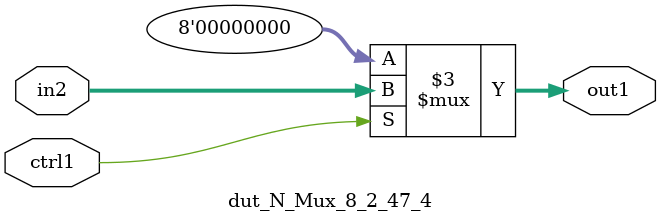
<source format=v>

`timescale 1ps / 1ps


module dut_N_Mux_8_2_47_4( in2, ctrl1, out1 );

    input [7:0] in2;
    input ctrl1;
    output [7:0] out1;
    reg [7:0] out1;

    
    // rtl_process:dut_N_Mux_8_2_47_4/dut_N_Mux_8_2_47_4_thread_1
    always @*
      begin : dut_N_Mux_8_2_47_4_thread_1
        case (ctrl1) 
          1'b1: 
            begin
              out1 = in2;
            end
          default: 
            begin
              out1 = 8'd000;
            end
        endcase
      end

endmodule



</source>
